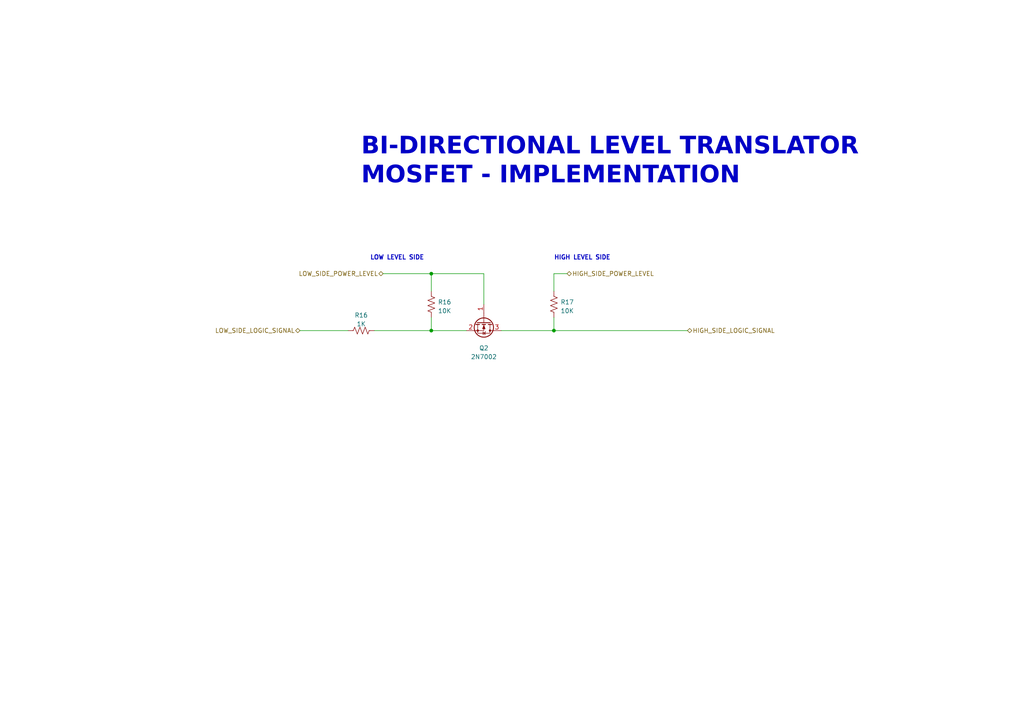
<source format=kicad_sch>
(kicad_sch (version 20230121) (generator eeschema)
  (paper "A4")
  (lib_symbols
    (symbol "Device:Q_NMOS_GSD" (pin_names (offset 0) hide)
      (property "Reference" "Q" (at 5.08 1.27 0))
      (property "Value" "Q_NMOS_GSD" (at 5.08 -1.27 0))
      (symbol "Q_NMOS_GSD_0_1"
        (polyline (pts (xy 0.254 0) (xy -2.54 0)))
        (polyline (pts (xy 0.254 1.905) (xy 0.254 -1.905)) (stroke (width 0.254)))
        (polyline (pts (xy 0.762 -1.27) (xy 0.762 -2.286)) (stroke (width 0.254)))
        (polyline (pts (xy 0.762 0.508) (xy 0.762 -0.508)) (stroke (width 0.254)))
        (polyline (pts (xy 0.762 2.286) (xy 0.762 1.27)) (stroke (width 0.254)))
        (polyline (pts (xy 2.54 2.54) (xy 2.54 1.778)))
        (polyline (pts (xy 2.54 -2.54) (xy 2.54 0) (xy 0.762 0)))
        (polyline (pts (xy 0.762 -1.778) (xy 3.302 -1.778) (xy 3.302 1.778) (xy 0.762 1.778)))
        (polyline (pts (xy 1.016 0) (xy 2.032 0.381) (xy 2.032 -0.381) (xy 1.016 0)) (fill (type outline)))
        (polyline (pts (xy 2.794 0.508) (xy 2.921 0.381) (xy 3.683 0.381) (xy 3.81 0.254)))
        (polyline (pts (xy 3.302 0.381) (xy 2.921 -0.254) (xy 3.683 -0.254) (xy 3.302 0.381)))
        (circle (center 1.651 0) (radius 2.794) (stroke (width 0.254)))
        (circle (center 2.54 -1.778) (radius 0.254) (fill (type outline)))
        (circle (center 2.54 1.778) (radius 0.254) (fill (type outline)))
      )
      (symbol "Q_NMOS_GSD_1_1"
        (pin input line (at -5.08 0 0) (length 2.54) (name "G") (number "1"))
        (pin passive line (at 2.54 -5.08 90) (length 2.54) (name "S") (number "2"))
        (pin passive line (at 2.54 5.08 270) (length 2.54) (name "D") (number "3"))
      )
    )
    (symbol "Device:R_US" (pin_numbers hide) (pin_names (offset 0))
      (property "Reference" "R" (at 2.54 0 90))
      (property "Value" "R_US" (at -2.54 0 90))
      (symbol "R_US_0_1"
        (polyline (pts (xy 0 -2.286) (xy 0 -2.54)))
        (polyline (pts (xy 0 2.286) (xy 0 2.54)))
        (polyline (pts (xy 0 -0.762) (xy 1.016 -1.143) (xy 0 -1.524) (xy -1.016 -1.905) (xy 0 -2.286)))
        (polyline (pts (xy 0 0.762) (xy 1.016 0.381) (xy 0 0) (xy -1.016 -0.381) (xy 0 -0.762)))
        (polyline (pts (xy 0 2.286) (xy 1.016 1.905) (xy 0 1.524) (xy -1.016 1.143) (xy 0 0.762)))
      )
      (symbol "R_US_1_1"
        (pin passive line (at 0 3.81 270) (length 1.27) (name "~") (number "1"))
        (pin passive line (at 0 -3.81 90) (length 1.27) (name "~") (number "2"))
      )
    )
  )
  (junction (at 125.095 95.885))
  (junction (at 160.655 95.885))
  (junction (at 125.095 79.375))
  (wire (pts (xy 86.995 95.885) (xy 100.965 95.885)))
  (wire (pts (xy 160.655 79.375) (xy 164.465 79.375)))
  (wire (pts (xy 125.095 79.375) (xy 140.335 79.375)))
  (wire (pts (xy 125.095 95.885) (xy 135.255 95.885)))
  (wire (pts (xy 125.095 84.455) (xy 125.095 79.375)))
  (wire (pts (xy 145.415 95.885) (xy 160.655 95.885)))
  (wire (pts (xy 108.585 95.885) (xy 125.095 95.885)))
  (wire (pts (xy 140.335 79.375) (xy 140.335 88.265)))
  (wire (pts (xy 160.655 92.075) (xy 160.655 95.885)))
  (wire (pts (xy 160.655 95.885) (xy 199.39 95.885)))
  (wire (pts (xy 111.125 79.375) (xy 125.095 79.375)))
  (wire (pts (xy 160.655 84.455) (xy 160.655 79.375)))
  (wire (pts (xy 125.095 92.075) (xy 125.095 95.885)))
  (text "BI-DIRECTIONAL LEVEL TRANSLATOR \nMOSFET - IMPLEMENTATION" (at 104.775 55.245 0) (effects (font (size 5 5) bold) (justify left bottom)))
  (text "HIGH LEVEL SIDE" (at 160.655 75.565 0) (effects (font (size 1.27 1.27) (thickness 0.254) bold) (justify left bottom)))
  (text "LOW LEVEL SIDE" (at 107.315 75.565 0) (effects (font (size 1.27 1.27) (thickness 0.254) bold) (justify left bottom)))
  (hierarchical_label "HIGH_SIDE_LOGIC_SIGNAL" (shape bidirectional) (at 199.39 95.885 0))
  (hierarchical_label "LOW_SIDE_LOGIC_SIGNAL" (shape bidirectional) (at 86.995 95.885 180))
  (hierarchical_label "HIGH_SIDE_POWER_LEVEL" (shape bidirectional) (at 164.465 79.375 0))
  (hierarchical_label "LOW_SIDE_POWER_LEVEL" (shape bidirectional) (at 111.125 79.375 180))
  (symbol (lib_id "Device:R_US") (at 160.655 88.265 0) (unit 1)
    (property "Reference" "R17" (at 162.56 87.63 0) (effects (justify left)))
    (property "Value" "10K" (at 162.56 90.17 0) (effects (justify left)))
    (property "Footprint" "Resistor_SMD:R_0402_1005Metric" (effects hide))
    (instances (project "SmartCaravan" (path "" (reference "R17") (unit 1)) (path "" (reference "R19") (unit 1)) (path "" (reference "R21") (unit 1)) (path "" (reference "R23") (unit 1)) (path "" (reference "R25") (unit 1)) (path "" (reference "R27") (unit 1))) (project "BI_DIRECTIONAL_LOGIC_LEVEL_TRANSLATOR_MOSFET-use" (path "" (reference "R17") (unit 1))) (project "ELIESTER_V2" (path "" (reference "R75") (unit 1)) (path "" (reference "R68") (unit 1))))
  )
  (symbol (lib_id "Device:R_US") (at 104.775 95.885 90) (unit 1)
    (property "Reference" "R16" (at 104.775 91.44 90))
    (property "Value" "1K" (at 104.775 93.98 90))
    (property "Footprint" "Resistor_SMD:R_0402_1005Metric" (effects hide))
    (instances (project "SmartCaravan" (path "" (reference "R16") (unit 1)) (path "" (reference "R18") (unit 1)) (path "" (reference "R20") (unit 1)) (path "" (reference "R22") (unit 1)) (path "" (reference "R24") (unit 1)) (path "" (reference "R26") (unit 1))) (project "BI_DIRECTIONAL_LOGIC_LEVEL_TRANSLATOR_MOSFET-use" (path "" (reference "R16") (unit 1))) (project "ELIESTER_V2" (path "" (reference "R76") (unit 1)) (path "" (reference "R69") (unit 1))))
  )
  (symbol (lib_id "Device:R_US") (at 125.095 88.265 0) (unit 1)
    (property "Reference" "R16" (at 127 87.63 0) (effects (justify left)))
    (property "Value" "10K" (at 127 90.17 0) (effects (justify left)))
    (property "Footprint" "Resistor_SMD:R_0402_1005Metric" (effects hide))
    (instances (project "SmartCaravan" (path "" (reference "R16") (unit 1)) (path "" (reference "R18") (unit 1)) (path "" (reference "R20") (unit 1)) (path "" (reference "R22") (unit 1)) (path "" (reference "R24") (unit 1)) (path "" (reference "R26") (unit 1))) (project "BI_DIRECTIONAL_LOGIC_LEVEL_TRANSLATOR_MOSFET-use" (path "" (reference "R16") (unit 1))) (project "ELIESTER_V2" (path "" (reference "R74") (unit 1)) (path "" (reference "R67") (unit 1))))
  )
  (symbol (lib_id "Device:Q_NMOS_GSD") (at 140.335 93.345 270) (unit 1)
    (property "Reference" "Q2" (at 140.335 100.965 90))
    (property "Value" "2N7002" (at 140.335 103.505 90))
    (property "Footprint" "Package_TO_SOT_SMD:SOT-23" (effects hide))
    (instances (project "SmartCaravan" (path "" (reference "Q2") (unit 1)) (path "" (reference "Q3") (unit 1)) (path "" (reference "Q4") (unit 1)) (path "" (reference "Q5") (unit 1)) (path "" (reference "Q6") (unit 1)) (path "" (reference "Q7") (unit 1))) (project "BI_DIRECTIONAL_LOGIC_LEVEL_TRANSLATOR_MOSFET-use" (path "" (reference "Q2") (unit 1))) (project "ELIESTER_V2" (path "" (reference "Q10") (unit 1)) (path "" (reference "Q9") (unit 1))))
  )
)
</source>
